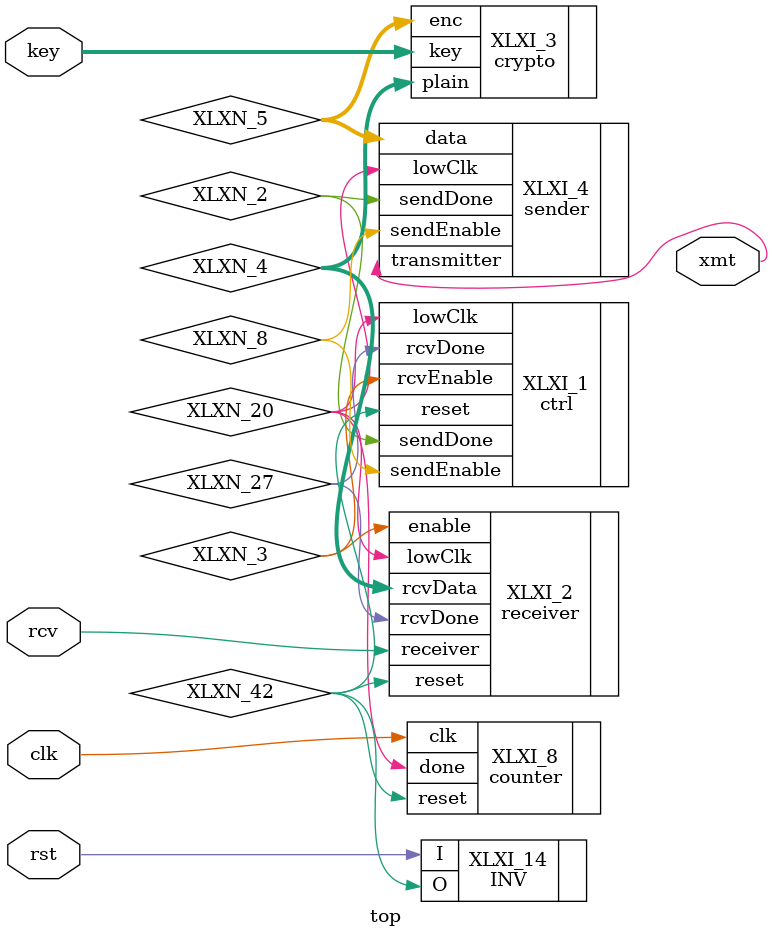
<source format=v>
`timescale 1ns / 1ps

module top(clk, 
           key, 
           rcv, 
           rst, 
           xmt);

    input clk;
    input [3:0] key;
    input rcv;
    input rst;
   output xmt;
   
   wire XLXN_2;
   wire XLXN_3;
   wire [3:0] XLXN_4;
   wire [3:0] XLXN_5;
   wire XLXN_8;
   wire XLXN_20;
   wire XLXN_27;
   wire XLXN_42;
   
   ctrl  XLXI_1 (.lowClk(XLXN_20), 
                .rcvDone(XLXN_27), 
                .reset(XLXN_42), 
                .sendDone(XLXN_2), 
                .rcvEnable(XLXN_3), 
                .sendEnable(XLXN_8));
   receiver  XLXI_2 (.enable(XLXN_3), 
                    .lowClk(XLXN_20), 
                    .receiver(rcv), 
                    .reset(XLXN_42), 
                    .rcvData(XLXN_4[3:0]), 
                    .rcvDone(XLXN_27));
   crypto  XLXI_3 (.key(key[3:0]), 
                  .plain(XLXN_4[3:0]), 
                  .enc(XLXN_5[3:0]));
   sender  XLXI_4 (.data(XLXN_5[3:0]), 
                  .lowClk(XLXN_20), 
                  .sendEnable(XLXN_8), 
                  .sendDone(XLXN_2), 
                  .transmitter(xmt));
   counter  XLXI_8 (.clk(clk), 
                   .reset(XLXN_42), 
                   .done(XLXN_20));
   INV  XLXI_14 (.I(rst), 
                .O(XLXN_42));
endmodule

</source>
